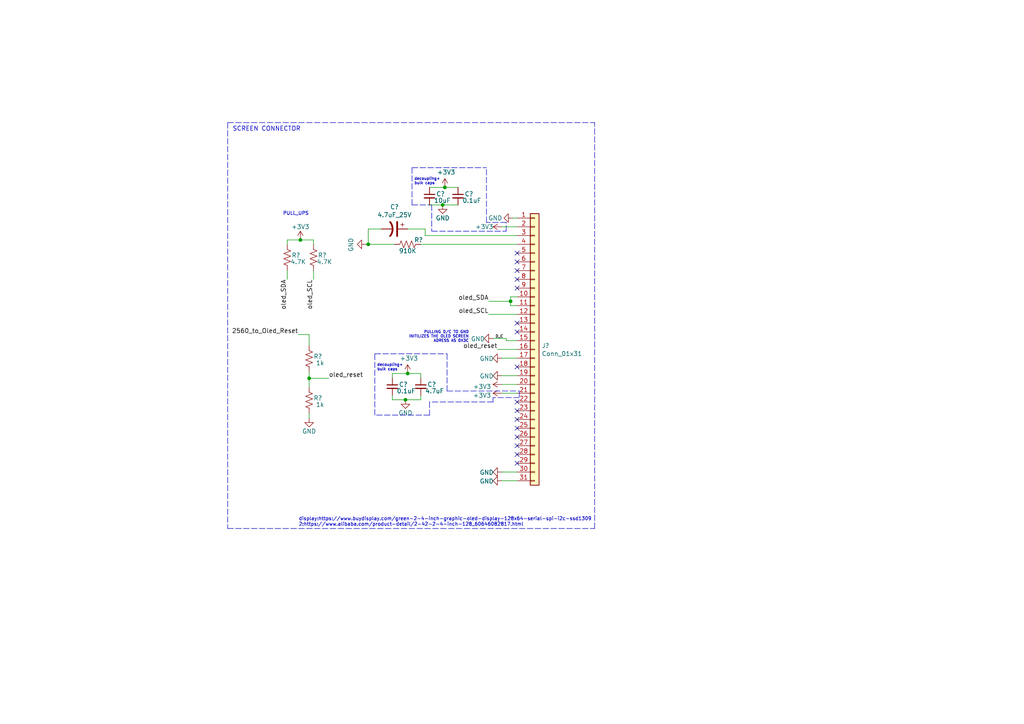
<source format=kicad_sch>
(kicad_sch (version 20211123) (generator eeschema)
  (paper "A4")
  (lib_symbols
    (symbol "Connector_Generic:Conn_01x31" (pin_names (offset 1.016) hide)
      (property "Reference" "J" (at 0 40.64 0))
      (property "Value" "Conn_01x31" (at 0 -40.64 0))
      (symbol "Conn_01x31_1_1"
        (rectangle (start -1.27 -37.973) (end 0 -38.227) (stroke (width 0.1524)))
        (rectangle (start -1.27 -35.433) (end 0 -35.687) (stroke (width 0.1524)))
        (rectangle (start -1.27 -32.893) (end 0 -33.147) (stroke (width 0.1524)))
        (rectangle (start -1.27 -30.353) (end 0 -30.607) (stroke (width 0.1524)))
        (rectangle (start -1.27 -27.813) (end 0 -28.067) (stroke (width 0.1524)))
        (rectangle (start -1.27 -25.273) (end 0 -25.527) (stroke (width 0.1524)))
        (rectangle (start -1.27 -22.733) (end 0 -22.987) (stroke (width 0.1524)))
        (rectangle (start -1.27 -20.193) (end 0 -20.447) (stroke (width 0.1524)))
        (rectangle (start -1.27 -17.653) (end 0 -17.907) (stroke (width 0.1524)))
        (rectangle (start -1.27 -15.113) (end 0 -15.367) (stroke (width 0.1524)))
        (rectangle (start -1.27 -12.573) (end 0 -12.827) (stroke (width 0.1524)))
        (rectangle (start -1.27 -10.033) (end 0 -10.287) (stroke (width 0.1524)))
        (rectangle (start -1.27 -7.493) (end 0 -7.747) (stroke (width 0.1524)))
        (rectangle (start -1.27 -4.953) (end 0 -5.207) (stroke (width 0.1524)))
        (rectangle (start -1.27 -2.413) (end 0 -2.667) (stroke (width 0.1524)))
        (rectangle (start -1.27 0.127) (end 0 -0.127) (stroke (width 0.1524)))
        (rectangle (start -1.27 2.667) (end 0 2.413) (stroke (width 0.1524)))
        (rectangle (start -1.27 5.207) (end 0 4.953) (stroke (width 0.1524)))
        (rectangle (start -1.27 7.747) (end 0 7.493) (stroke (width 0.1524)))
        (rectangle (start -1.27 10.287) (end 0 10.033) (stroke (width 0.1524)))
        (rectangle (start -1.27 12.827) (end 0 12.573) (stroke (width 0.1524)))
        (rectangle (start -1.27 15.367) (end 0 15.113) (stroke (width 0.1524)))
        (rectangle (start -1.27 17.907) (end 0 17.653) (stroke (width 0.1524)))
        (rectangle (start -1.27 20.447) (end 0 20.193) (stroke (width 0.1524)))
        (rectangle (start -1.27 22.987) (end 0 22.733) (stroke (width 0.1524)))
        (rectangle (start -1.27 25.527) (end 0 25.273) (stroke (width 0.1524)))
        (rectangle (start -1.27 28.067) (end 0 27.813) (stroke (width 0.1524)))
        (rectangle (start -1.27 30.607) (end 0 30.353) (stroke (width 0.1524)))
        (rectangle (start -1.27 33.147) (end 0 32.893) (stroke (width 0.1524)))
        (rectangle (start -1.27 35.687) (end 0 35.433) (stroke (width 0.1524)))
        (rectangle (start -1.27 38.227) (end 0 37.973) (stroke (width 0.1524)))
        (rectangle (start -1.27 39.37) (end 1.27 -39.37) (stroke (width 0.254)) (fill (type background)))
        (pin passive line (at -5.08 38.1 0) (length 3.81) (name "Pin_1") (number "1"))
        (pin passive line (at -5.08 15.24 0) (length 3.81) (name "Pin_10") (number "10"))
        (pin passive line (at -5.08 12.7 0) (length 3.81) (name "Pin_11") (number "11"))
        (pin passive line (at -5.08 10.16 0) (length 3.81) (name "Pin_12") (number "12"))
        (pin passive line (at -5.08 7.62 0) (length 3.81) (name "Pin_13") (number "13"))
        (pin passive line (at -5.08 5.08 0) (length 3.81) (name "Pin_14") (number "14"))
        (pin passive line (at -5.08 2.54 0) (length 3.81) (name "Pin_15") (number "15"))
        (pin passive line (at -5.08 0 0) (length 3.81) (name "Pin_16") (number "16"))
        (pin passive line (at -5.08 -2.54 0) (length 3.81) (name "Pin_17") (number "17"))
        (pin passive line (at -5.08 -5.08 0) (length 3.81) (name "Pin_18") (number "18"))
        (pin passive line (at -5.08 -7.62 0) (length 3.81) (name "Pin_19") (number "19"))
        (pin passive line (at -5.08 35.56 0) (length 3.81) (name "Pin_2") (number "2"))
        (pin passive line (at -5.08 -10.16 0) (length 3.81) (name "Pin_20") (number "20"))
        (pin passive line (at -5.08 -12.7 0) (length 3.81) (name "Pin_21") (number "21"))
        (pin passive line (at -5.08 -15.24 0) (length 3.81) (name "Pin_22") (number "22"))
        (pin passive line (at -5.08 -17.78 0) (length 3.81) (name "Pin_23") (number "23"))
        (pin passive line (at -5.08 -20.32 0) (length 3.81) (name "Pin_24") (number "24"))
        (pin passive line (at -5.08 -22.86 0) (length 3.81) (name "Pin_25") (number "25"))
        (pin passive line (at -5.08 -25.4 0) (length 3.81) (name "Pin_26") (number "26"))
        (pin passive line (at -5.08 -27.94 0) (length 3.81) (name "Pin_27") (number "27"))
        (pin passive line (at -5.08 -30.48 0) (length 3.81) (name "Pin_28") (number "28"))
        (pin passive line (at -5.08 -33.02 0) (length 3.81) (name "Pin_29") (number "29"))
        (pin passive line (at -5.08 33.02 0) (length 3.81) (name "Pin_3") (number "3"))
        (pin passive line (at -5.08 -35.56 0) (length 3.81) (name "Pin_30") (number "30"))
        (pin passive line (at -5.08 -38.1 0) (length 3.81) (name "Pin_31") (number "31"))
        (pin passive line (at -5.08 30.48 0) (length 3.81) (name "Pin_4") (number "4"))
        (pin passive line (at -5.08 27.94 0) (length 3.81) (name "Pin_5") (number "5"))
        (pin passive line (at -5.08 25.4 0) (length 3.81) (name "Pin_6") (number "6"))
        (pin passive line (at -5.08 22.86 0) (length 3.81) (name "Pin_7") (number "7"))
        (pin passive line (at -5.08 20.32 0) (length 3.81) (name "Pin_8") (number "8"))
        (pin passive line (at -5.08 17.78 0) (length 3.81) (name "Pin_9") (number "9"))
      )
    )
    (symbol "Device:CP1" (pin_numbers hide) (pin_names (offset 0.254) hide)
      (property "Reference" "C" (at 0.635 2.54 0))
      (property "Value" "Device_CP1" (at 0.635 -2.54 0))
      (symbol "CP1_0_1"
        (polyline (pts (xy -2.032 0.762) (xy 2.032 0.762)) (stroke (width 0.508)))
        (polyline (pts (xy -1.778 2.286) (xy -0.762 2.286)))
        (polyline (pts (xy -1.27 1.778) (xy -1.27 2.794)))
        (arc (start 2.032 -1.27) (mid 0 -0.5572) (end -2.032 -1.27) (stroke (width 0.508)))
      )
      (symbol "CP1_1_1"
        (pin passive line (at 0 3.81 270) (length 2.794) (name "~") (number "1"))
        (pin passive line (at 0 -3.81 90) (length 3.302) (name "~") (number "2"))
      )
    )
    (symbol "Device:C_Small" (pin_numbers hide) (pin_names (offset 0.254) hide)
      (property "Reference" "C" (at 0.254 1.778 0))
      (property "Value" "C_Small" (at 0.254 -2.032 0))
      (symbol "C_Small_0_1"
        (polyline (pts (xy -1.524 -0.508) (xy 1.524 -0.508)) (stroke (width 0.3302)))
        (polyline (pts (xy -1.524 0.508) (xy 1.524 0.508)) (stroke (width 0.3048)))
      )
      (symbol "C_Small_1_1"
        (pin passive line (at 0 2.54 270) (length 2.032) (name "~") (number "1"))
        (pin passive line (at 0 -2.54 90) (length 2.032) (name "~") (number "2"))
      )
    )
    (symbol "Device:R_US" (pin_numbers hide) (pin_names (offset 0))
      (property "Reference" "R" (at 2.54 0 90))
      (property "Value" "R_US" (at -2.54 0 90))
      (symbol "R_US_0_1"
        (polyline (pts (xy 0 -2.286) (xy 0 -2.54)))
        (polyline (pts (xy 0 2.286) (xy 0 2.54)))
        (polyline (pts (xy 0 -0.762) (xy 1.016 -1.143) (xy 0 -1.524) (xy -1.016 -1.905) (xy 0 -2.286)))
        (polyline (pts (xy 0 0.762) (xy 1.016 0.381) (xy 0 0) (xy -1.016 -0.381) (xy 0 -0.762)))
        (polyline (pts (xy 0 2.286) (xy 1.016 1.905) (xy 0 1.524) (xy -1.016 1.143) (xy 0 0.762)))
      )
      (symbol "R_US_1_1"
        (pin passive line (at 0 3.81 270) (length 1.27) (name "~") (number "1"))
        (pin passive line (at 0 -3.81 90) (length 1.27) (name "~") (number "2"))
      )
    )
    (symbol "power:+3.3V" (power) (pin_names (offset 0))
      (property "Value" "+3.3V" (at 0 3.556 0))
      (symbol "+3.3V_0_1"
        (polyline (pts (xy -0.762 1.27) (xy 0 2.54)))
        (polyline (pts (xy 0 0) (xy 0 2.54)))
        (polyline (pts (xy 0 2.54) (xy 0.762 1.27)))
      )
      (symbol "+3.3V_1_1"
        (pin power_in line (at 0 0 90) (length 0) hide (name "+3V3") (number "1"))
      )
    )
    (symbol "power:GND" (power) (pin_names (offset 0))
      (property "Value" "GND" (at 0 -3.81 0))
      (symbol "GND_0_1"
        (polyline (pts (xy 0 0) (xy 0 -1.27) (xy 1.27 -1.27) (xy 0 -2.54) (xy -1.27 -1.27) (xy 0 -1.27)))
      )
      (symbol "GND_1_1"
        (pin power_in line (at 0 0 270) (length 0) hide (name "GND") (number "1"))
      )
    )
  )
  (junction (at 87.122 69.596))
  (junction (at 128.397 59.436))
  (junction (at 89.662 109.728))
  (junction (at 118.237 108.331))
  (junction (at 117.602 115.951))
  (junction (at 148.082 87.376))
  (junction (at 129.032 54.356))
  (junction (at 106.807 70.866))
  (no_connect (at 149.987 131.826))
  (no_connect (at 149.987 73.406))
  (no_connect (at 149.987 93.726))
  (no_connect (at 149.987 126.746))
  (no_connect (at 149.987 134.366))
  (no_connect (at 149.987 129.286))
  (no_connect (at 149.987 78.486))
  (no_connect (at 149.987 81.026))
  (no_connect (at 149.987 116.586))
  (no_connect (at 149.987 96.266))
  (no_connect (at 149.987 83.566))
  (no_connect (at 149.987 106.426))
  (no_connect (at 149.987 121.666))
  (no_connect (at 149.987 119.126))
  (no_connect (at 149.987 75.946))
  (no_connect (at 149.987 124.206))
  (wire (pts (xy 149.987 91.186) (xy 141.732 91.186)))
  (wire (pts (xy 124.587 54.356) (xy 129.032 54.356)))
  (wire (pts (xy 145.542 111.506) (xy 149.987 111.506)))
  (wire (pts (xy 89.662 121.285) (xy 89.662 119.888)))
  (wire (pts (xy 90.932 69.596) (xy 90.932 70.866)))
  (wire (pts (xy 146.812 98.806) (xy 146.812 98.171)))
  (wire (pts (xy 89.662 109.728) (xy 89.662 107.823)))
  (wire (pts (xy 83.312 70.866) (xy 83.312 69.596)))
  (polyline (pts (xy 125.222 67.056) (xy 146.812 67.056)))
  (polyline (pts (xy 150.622 113.411) (xy 150.622 115.316)))
  (wire (pts (xy 129.032 54.356) (xy 132.842 54.356)))
  (wire (pts (xy 145.542 65.786) (xy 149.987 65.786)))
  (wire (pts (xy 83.312 78.486) (xy 83.312 81.026)))
  (wire (pts (xy 89.662 100.203) (xy 89.662 97.028)))
  (polyline (pts (xy 146.812 64.516) (xy 141.097 64.516)))
  (polyline (pts (xy 150.622 115.316) (xy 143.002 115.316)))
  (wire (pts (xy 145.542 114.046) (xy 149.987 114.046)))
  (wire (pts (xy 148.082 87.376) (xy 141.732 87.376)))
  (wire (pts (xy 123.317 68.326) (xy 149.987 68.326)))
  (wire (pts (xy 123.317 66.421) (xy 118.237 66.421)))
  (wire (pts (xy 149.987 108.966) (xy 145.542 108.966)))
  (wire (pts (xy 89.662 112.268) (xy 89.662 109.728)))
  (polyline (pts (xy 129.667 113.411) (xy 150.622 113.411)))
  (polyline (pts (xy 141.097 64.516) (xy 141.097 48.641)))
  (wire (pts (xy 87.122 69.596) (xy 90.932 69.596)))
  (polyline (pts (xy 143.002 115.316) (xy 143.002 116.586)))
  (polyline (pts (xy 119.507 59.436) (xy 125.222 59.436)))
  (wire (pts (xy 149.987 103.886) (xy 145.542 103.886)))
  (wire (pts (xy 89.662 97.028) (xy 86.487 97.028)))
  (wire (pts (xy 149.987 70.866) (xy 122.047 70.866)))
  (polyline (pts (xy 108.712 102.616) (xy 129.667 102.616)))
  (polyline (pts (xy 124.587 116.586) (xy 124.587 120.396)))
  (wire (pts (xy 118.237 108.331) (xy 122.047 108.331)))
  (polyline (pts (xy 66.04 35.56) (xy 66.04 153.289)))
  (wire (pts (xy 124.587 59.436) (xy 128.397 59.436)))
  (wire (pts (xy 149.987 139.446) (xy 145.542 139.446)))
  (wire (pts (xy 149.987 86.106) (xy 148.082 86.106)))
  (wire (pts (xy 123.317 68.326) (xy 123.317 66.421)))
  (wire (pts (xy 148.082 86.106) (xy 148.082 87.376)))
  (wire (pts (xy 106.807 66.421) (xy 106.807 70.866)))
  (wire (pts (xy 113.792 109.601) (xy 113.792 108.331)))
  (wire (pts (xy 146.812 98.171) (xy 143.002 98.171)))
  (polyline (pts (xy 125.222 59.436) (xy 125.222 67.056)))
  (wire (pts (xy 148.717 63.246) (xy 149.987 63.246)))
  (polyline (pts (xy 129.667 102.616) (xy 129.667 113.411)))
  (polyline (pts (xy 108.712 120.396) (xy 108.712 102.616)))
  (wire (pts (xy 114.427 70.866) (xy 106.807 70.866)))
  (wire (pts (xy 113.792 115.951) (xy 117.602 115.951)))
  (wire (pts (xy 149.987 136.906) (xy 145.542 136.906)))
  (polyline (pts (xy 124.587 120.396) (xy 108.712 120.396)))
  (wire (pts (xy 83.312 69.596) (xy 87.122 69.596)))
  (polyline (pts (xy 66.04 153.289) (xy 172.466 153.289)))
  (polyline (pts (xy 146.812 67.056) (xy 146.812 64.516)))
  (polyline (pts (xy 119.507 48.641) (xy 141.097 48.641)))
  (wire (pts (xy 95.377 109.728) (xy 89.662 109.728)))
  (wire (pts (xy 122.047 115.951) (xy 117.602 115.951)))
  (wire (pts (xy 149.987 101.346) (xy 144.272 101.346)))
  (polyline (pts (xy 143.002 116.586) (xy 124.587 116.586)))
  (wire (pts (xy 106.807 70.866) (xy 106.172 70.866)))
  (polyline (pts (xy 119.507 48.641) (xy 119.507 59.436)))
  (wire (pts (xy 149.987 98.806) (xy 146.812 98.806)))
  (wire (pts (xy 110.617 66.421) (xy 106.807 66.421)))
  (wire (pts (xy 113.792 114.681) (xy 113.792 115.951)))
  (wire (pts (xy 122.047 114.681) (xy 122.047 115.951)))
  (wire (pts (xy 148.082 87.376) (xy 148.082 88.646)))
  (wire (pts (xy 113.792 108.331) (xy 118.237 108.331)))
  (polyline (pts (xy 172.466 153.289) (xy 172.466 35.56)))
  (wire (pts (xy 132.842 59.436) (xy 128.397 59.436)))
  (wire (pts (xy 122.047 108.331) (xy 122.047 109.601)))
  (wire (pts (xy 148.082 88.646) (xy 149.987 88.646)))
  (polyline (pts (xy 66.04 35.56) (xy 172.466 35.56)))
  (wire (pts (xy 90.932 78.486) (xy 90.932 81.026)))
  (text "decoupling+\nbulk caps" (at 120.142 53.721 0) (effects (font (size 0.7874 0.7874)) (justify left bottom)))
  (text "display:https://www.buydisplay.com/green-2-4-inch-graphic-oled-display-128x64-serial-spi-i2c-ssd1309\n2:https://www.alibaba.com/product-detail/2-42-2-4-inch-128_60646082817.html\n" (at 86.614 152.781 0) (effects (font (size 0.9906 0.9906)) (justify left bottom)))
  (text "decoupling+\nbulk caps" (at 109.347 107.696 0) (effects (font (size 0.7874 0.7874)) (justify left bottom)))
  (text "SCREEN CONNECTOR" (at 67.437 38.227 0) (effects (font (size 1.27 1.27)) (justify left bottom)))
  (text "PULL_UPS" (at 82.042 62.611 0) (effects (font (size 0.9906 0.9906)) (justify left bottom)))
  (text "PULLING D/C TO GND\nINITILIZES THE OLED SCREEN\nADRESS AS 0X3C" (at 136.017 99.441 0) (effects (font (size 0.7874 0.7874)) (justify right bottom)))
  (label "D_C" (at 143.637 98.171 0) (effects (font (size 0.7874 0.7874))))
  (label "oled_SCL" (at 141.732 91.186 180))
  (label "oled_reset" (at 95.377 109.728 0))
  (label "oled_reset" (at 144.272 101.346 180))
  (label "oled_SCL" (at 90.932 81.026 270))
  (label "oled_SDA" (at 83.312 81.026 270))
  (label "oled_SDA" (at 141.732 87.376 180))
  (label "2560_to_Oled_Reset" (at 86.487 97.028 180))
  (symbol (lib_id "Connector_Generic:Conn_01x31") (at 155.067 101.346 0) (unit 1)
    (property "Reference" "J?" (at 157.099 100.2792 0) (effects (justify left)))
    (property "Value" "Conn_01x31" (at 157.099 102.5906 0) (effects (justify left)))
    (property "Footprint" "greencharge-footprints:oled_128x64_GDOE0240G" (effects hide))
  )
  (symbol (lib_id "power:GND") (at 143.002 98.171 270) (unit 1)
    (property "Reference" "#PWR?" (effects hide))
    (property "Value" "GND" (at 138.6078 98.298 90))
  )
  (symbol (lib_id "power:GND") (at 145.542 103.886 270) (unit 1)
    (property "Reference" "#PWR?" (effects hide))
    (property "Value" "GND" (at 141.1478 104.013 90))
  )
  (symbol (lib_id "power:GND") (at 128.397 59.436 0) (unit 1)
    (property "Reference" "#PWR?" (effects hide))
    (property "Value" "GND" (at 128.397 63.246 0))
  )
  (symbol (lib_id "power:+3.3V") (at 145.542 65.786 90) (unit 1)
    (property "Reference" "#PWR?" (effects hide))
    (property "Value" "+3.3V" (at 140.462 65.786 90))
  )
  (symbol (lib_id "power:GND") (at 89.662 121.285 0) (unit 1)
    (property "Reference" "#PWR?" (effects hide))
    (property "Value" "GND" (at 89.662 125.095 0))
  )
  (symbol (lib_id "power:+3.3V") (at 145.542 114.046 90) (unit 1)
    (property "Reference" "#PWR?" (effects hide))
    (property "Value" "+3.3V" (at 139.827 114.681 90))
  )
  (symbol (lib_id "Device:R_US") (at 89.662 104.013 0) (unit 1)
    (property "Reference" "R?" (at 92.202 103.378 0))
    (property "Value" "1k" (at 92.837 105.283 0))
    (property "Footprint" "Resistor_SMD:R_0402_1005Metric" (effects hide))
  )
  (symbol (lib_id "Device:R_US") (at 83.312 74.676 0) (unit 1)
    (property "Reference" "R?" (at 85.852 74.041 0))
    (property "Value" "4.7K" (at 86.487 75.946 0))
    (property "Footprint" "Resistor_SMD:R_0402_1005Metric" (effects hide))
  )
  (symbol (lib_id "power:+3.3V") (at 118.237 108.331 0) (unit 1)
    (property "Reference" "#PWR?" (effects hide))
    (property "Value" "+3.3V" (at 118.618 103.9368 0))
  )
  (symbol (lib_id "Device:C_Small") (at 132.842 56.896 0) (unit 1)
    (property "Reference" "C?" (at 134.747 56.261 0) (effects (justify left)))
    (property "Value" "0.1uF" (at 134.112 58.166 0) (effects (justify left)))
    (property "Footprint" "Capacitor_SMD:C_0402_1005Metric" (effects hide))
  )
  (symbol (lib_id "Device:CP1") (at 114.427 66.421 270) (unit 1)
    (property "Reference" "C?" (at 114.427 60.0202 90))
    (property "Value" "4.7uF_25V" (at 114.427 62.3316 90))
    (property "Footprint" "Capacitor_Tantalum_SMD:CP_EIA-3528-21_Kemet-B" (effects hide))
  )
  (symbol (lib_id "Device:C_Small") (at 122.047 112.141 0) (unit 1)
    (property "Reference" "C?" (at 123.952 111.506 0) (effects (justify left)))
    (property "Value" "4.7uF" (at 123.317 113.411 0) (effects (justify left)))
    (property "Footprint" "Capacitor_SMD:C_0402_1005Metric" (effects hide))
  )
  (symbol (lib_id "Device:C_Small") (at 113.792 112.141 0) (unit 1)
    (property "Reference" "C?" (at 115.697 111.506 0) (effects (justify left)))
    (property "Value" "0.1uF" (at 115.062 113.411 0) (effects (justify left)))
    (property "Footprint" "Capacitor_SMD:C_0402_1005Metric" (effects hide))
  )
  (symbol (lib_id "Device:R_US") (at 90.932 74.676 0) (unit 1)
    (property "Reference" "R?" (at 93.472 74.041 0))
    (property "Value" "4.7K" (at 94.107 75.946 0))
    (property "Footprint" "Resistor_SMD:R_0402_1005Metric" (effects hide))
  )
  (symbol (lib_id "Device:R_US") (at 89.662 116.078 0) (unit 1)
    (property "Reference" "R?" (at 92.202 115.443 0))
    (property "Value" "1k" (at 92.837 117.348 0))
    (property "Footprint" "Resistor_SMD:R_0402_1005Metric" (effects hide))
  )
  (symbol (lib_id "power:+3.3V") (at 145.542 111.506 90) (unit 1)
    (property "Reference" "#PWR?" (effects hide))
    (property "Value" "+3.3V" (at 139.827 112.141 90))
  )
  (symbol (lib_id "power:+3.3V") (at 87.122 69.596 0) (unit 1)
    (property "Reference" "#PWR?" (effects hide))
    (property "Value" "+3.3V" (at 87.122 65.786 0))
  )
  (symbol (lib_id "Device:C_Small") (at 124.587 56.896 0) (unit 1)
    (property "Reference" "C?" (at 126.492 56.261 0) (effects (justify left)))
    (property "Value" "10uF" (at 125.857 58.166 0) (effects (justify left)))
    (property "Footprint" "Capacitor_SMD:C_0402_1005Metric" (effects hide))
  )
  (symbol (lib_id "power:GND") (at 145.542 136.906 270) (unit 1)
    (property "Reference" "#PWR?" (effects hide))
    (property "Value" "GND" (at 141.1478 137.033 90))
  )
  (symbol (lib_id "power:GND") (at 148.717 63.246 270) (unit 1)
    (property "Reference" "#PWR?" (effects hide))
    (property "Value" "GND" (at 143.637 63.246 90))
  )
  (symbol (lib_id "power:GND") (at 106.172 70.866 270) (unit 1)
    (property "Reference" "#PWR?" (effects hide))
    (property "Value" "GND" (at 101.7778 70.993 0))
  )
  (symbol (lib_id "Device:R_US") (at 118.237 70.866 270) (unit 1)
    (property "Reference" "R?" (at 121.412 69.596 90))
    (property "Value" "910K" (at 118.237 72.771 90))
    (property "Footprint" "Resistor_SMD:R_0402_1005Metric" (effects hide))
  )
  (symbol (lib_id "power:+3.3V") (at 129.032 54.356 0) (unit 1)
    (property "Reference" "#PWR?" (effects hide))
    (property "Value" "+3.3V" (at 129.413 49.9618 0))
  )
  (symbol (lib_id "power:GND") (at 145.542 139.446 270) (unit 1)
    (property "Reference" "#PWR?" (effects hide))
    (property "Value" "GND" (at 141.1478 139.573 90))
  )
  (symbol (lib_id "power:GND") (at 117.602 115.951 0) (unit 1)
    (property "Reference" "#PWR?" (effects hide))
    (property "Value" "GND" (at 117.602 119.761 0))
  )
  (symbol (lib_id "power:GND") (at 145.542 108.966 270) (unit 1)
    (property "Reference" "#PWR?" (effects hide))
    (property "Value" "GND" (at 141.1478 109.093 90))
  )
)
</source>
